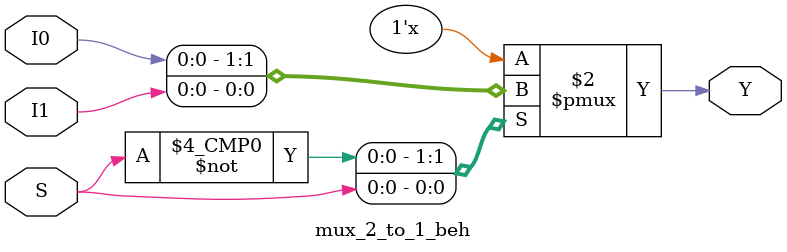
<source format=v>

module mux_2_to_1_beh(Y, I0, I1, S);
output Y; reg Y; input I0, I1; input S;
always @ (I0 or I1 or S)
begin
case ({S})
1'b0 : begin Y = I0; end
1'b1 : begin Y = I1; end
endcase
end
endmodule
</source>
